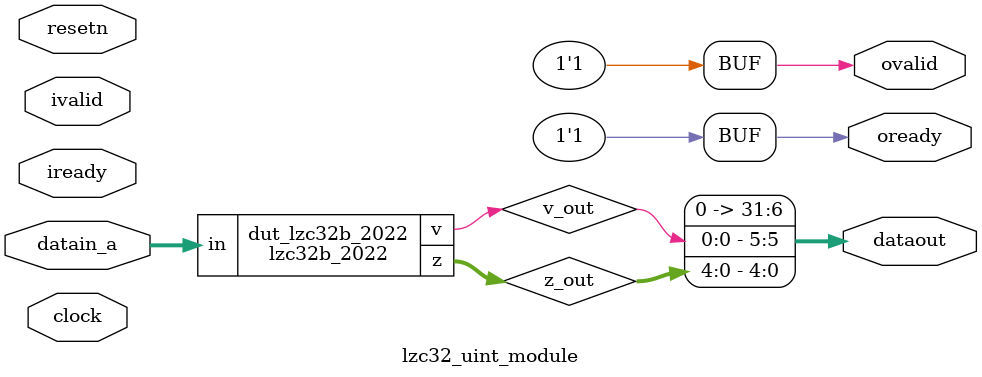
<source format=v>
`timescale 1 ps / 1 ps

module lzc2b_2022
(	input 	wire	[1:0]  in,
	output 	wire 	v,
	output	wire 	z
);
	assign v = ~|in;	
	assign z = (~in[1]) & in[0];
endmodule

module lzc4b_2022
(	input	wire 	[3:0] 	in,	 
	output 	wire 		v,
	output  wire	[1:0]	z
);
	wire v0,z0,v1,z1;
	lzc2b_2022 left_lzc2b
	(	.in(in[3:2]),
		.v(v1),
		.z(z1)
	);
	lzc2b_2022 right_lzc2b
	(	.in(in[1:0]),
		.v(v0),
		.z(z0)
	);
	assign v = v0 & v1;
	assign z[1] = v1;
	assign z[0] = ((~v1)&z1) | (v1&z0);  	
endmodule

module lzc8b_2022
(	input	wire 	[7:0] 	in,	 
	output 	wire 		v,
	output  wire	[2:0]	z
);
	wire v0,v1,z0,z1,z2,z3;
	lzc4b_2022 left_lzc4b
	(	.in(in[7:4]),
		.v(v1),
		.z({z3,z2})
	);
	lzc4b_2022 right_lzc4b
	(	.in(in[3:0]),
		.v(v0),
		.z({z1,z0})
	);
	assign v = v0 & v1;
	assign z[2] = v1;
	assign z[1] = ((~v1)&z3) | (v1&z1);
	assign z[0] = ((~v1)&z2) | (v1&z0);  	
endmodule

module lzc16b_2022
(	input	wire 	[15:0] 	in,	 
	output 	wire 		v,
	output  wire	[3:0]	z
);
	wire v0,v1,z0,z1,z2,z3,z4,z5;
	lzc8b_2022 left_lzc8b
	(	.in(in[15:8]),
		.v(v1),
		.z({z5,z4,z3})
	);
	lzc8b_2022 right_lzc8b
	(	.in(in[7:0]),
		.v(v0),
		.z({z2,z1,z0})
	);
	assign v = v0 & v1;
	assign z[3] = v1;
	assign z[2] = ((~v1)&z5) | (v1&z2);
	assign z[1] = ((~v1)&z4) | (v1&z1);
	assign z[0] = ((~v1)&z3) | (v1&z0);  	
endmodule

module lzc32b_2022
(	input	wire 	[31:0] 	in,	 
	output 	wire 		v,
	output  wire	[4:0]	z
);
	wire v0,v1,z0,z1,z2,z3,z4,z5,z6,z7;
	lzc16b_2022 left_lzc16b
	(	.in(in[31:16]),
		.v(v1),
		.z({z7,z6,z5,z4})
	);
	lzc16b_2022 right_lzc16b
	(	.in(in[15:0]),
		.v(v0),
		.z({z3,z2,z1,z0})
	);
	assign v = v0 & v1;
	assign z[4] = v1;
	assign z[3] = ((~v1)&z7) | (v1&z3);
	assign z[2] = ((~v1)&z6) | (v1&z2);
	assign z[1] = ((~v1)&z5) | (v1&z1);
	assign z[0] = ((~v1)&z4) | (v1&z0);  	
endmodule


module lzc32_uint_module (
  input   clock,
  input   resetn,
  input   ivalid,
  input   iready,
  output  ovalid,
  output  oready,
  input   [31:0]  datain_a,
  output  [31:0]  dataout);

  assign  ovalid = 1'b1;
  assign  oready = 1'b1;
  // clk, ivalid, iready, resetn are ignored

  wire [4:0] z_out; 
  wire v_out; 

  lzc32b_2022 dut_lzc32b_2022(
      .in(datain_a),
      .z(z_out),  
      .v(v_out)
   );
 
  assign dataout =  {26'b0,v_out,z_out};

endmodule

  

</source>
